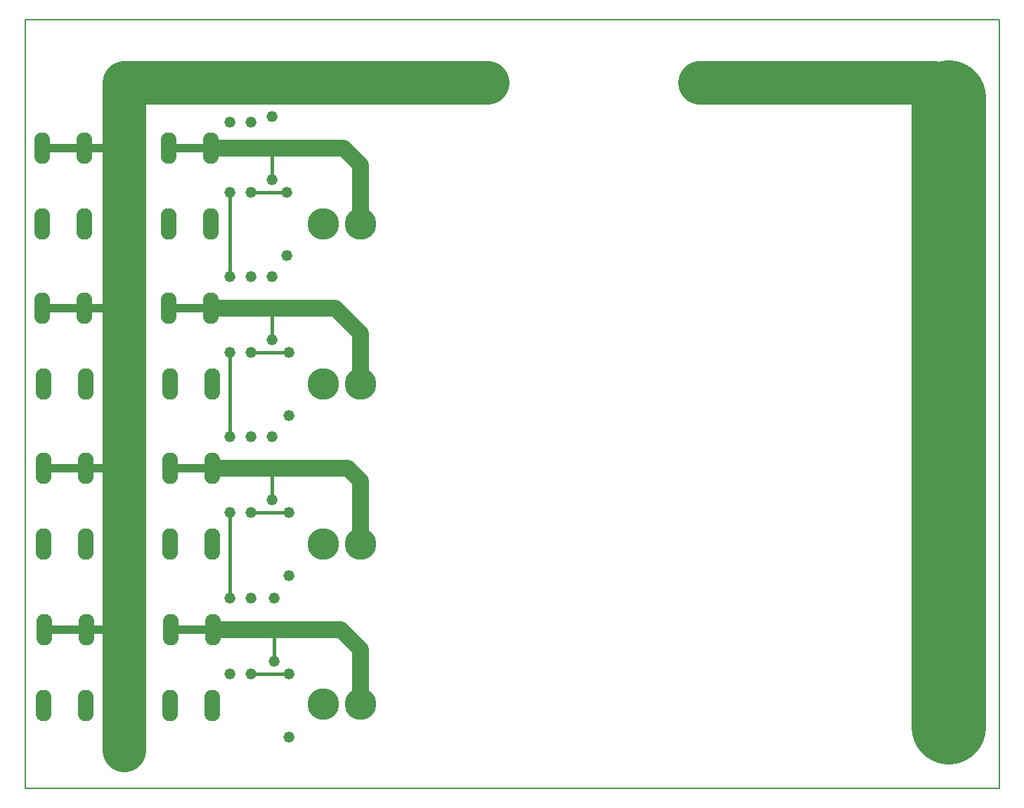
<source format=gbr>
G04 #@! TF.GenerationSoftware,KiCad,Pcbnew,(5.1.6)-1*
G04 #@! TF.CreationDate,2020-06-14T17:11:32+02:00*
G04 #@! TF.ProjectId,fuseboardv4,66757365-626f-4617-9264-76342e6b6963,rev?*
G04 #@! TF.SameCoordinates,Original*
G04 #@! TF.FileFunction,Copper,L2,Bot*
G04 #@! TF.FilePolarity,Positive*
%FSLAX46Y46*%
G04 Gerber Fmt 4.6, Leading zero omitted, Abs format (unit mm)*
G04 Created by KiCad (PCBNEW (5.1.6)-1) date 2020-06-14 17:11:32*
%MOMM*%
%LPD*%
G01*
G04 APERTURE LIST*
G04 #@! TA.AperFunction,Profile*
%ADD10C,0.150000*%
G04 #@! TD*
G04 #@! TA.AperFunction,ComponentPad*
%ADD11C,3.810000*%
G04 #@! TD*
G04 #@! TA.AperFunction,ComponentPad*
%ADD12C,2.224000*%
G04 #@! TD*
G04 #@! TA.AperFunction,ComponentPad*
%ADD13C,2.600000*%
G04 #@! TD*
G04 #@! TA.AperFunction,ComponentPad*
%ADD14R,2.600000X2.600000*%
G04 #@! TD*
G04 #@! TA.AperFunction,ComponentPad*
%ADD15O,1.905000X3.810000*%
G04 #@! TD*
G04 #@! TA.AperFunction,ComponentPad*
%ADD16C,1.320800*%
G04 #@! TD*
G04 #@! TA.AperFunction,Conductor*
%ADD17C,1.016000*%
G04 #@! TD*
G04 #@! TA.AperFunction,Conductor*
%ADD18C,0.406400*%
G04 #@! TD*
G04 #@! TA.AperFunction,Conductor*
%ADD19C,2.032000*%
G04 #@! TD*
G04 #@! TA.AperFunction,Conductor*
%ADD20C,5.283200*%
G04 #@! TD*
G04 #@! TA.AperFunction,Conductor*
%ADD21C,9.000000*%
G04 #@! TD*
G04 APERTURE END LIST*
D10*
X87630000Y-147320000D02*
X205000000Y-147320000D01*
X205000000Y-54610000D02*
X87630000Y-54610000D01*
X87630000Y-54610000D02*
X87630000Y-147320000D01*
X205000000Y-54610000D02*
X205000000Y-147320000D01*
D11*
X196469000Y-79248000D03*
X196469000Y-137160000D03*
X196469000Y-117856000D03*
X196469000Y-98552000D03*
X123571000Y-137160000D03*
X123571000Y-117856000D03*
X123571000Y-98552000D03*
X123571000Y-79248000D03*
X200949000Y-137160000D03*
X200949000Y-79248000D03*
X200949000Y-98552000D03*
X200949000Y-117856000D03*
X128051000Y-79248000D03*
X128051000Y-98552000D03*
X128051000Y-117856000D03*
X128051000Y-137160000D03*
D12*
X99606100Y-62230000D03*
D13*
X176410000Y-62230000D03*
D14*
X168910000Y-62230000D03*
D12*
X99606100Y-142240000D03*
D13*
X143390000Y-62230000D03*
D14*
X135890000Y-62230000D03*
D15*
X94780100Y-70104000D03*
X104940100Y-70104000D03*
X89700100Y-70104000D03*
X110020100Y-70104000D03*
X94780100Y-89408000D03*
X104940100Y-89408000D03*
X89700100Y-89408000D03*
X110020100Y-89408000D03*
X94907100Y-108712000D03*
X105067100Y-108712000D03*
X89827100Y-108712000D03*
X110147100Y-108712000D03*
X95034100Y-128206500D03*
X105194100Y-128206500D03*
X89954100Y-128206500D03*
X110274100Y-128206500D03*
D16*
X114846100Y-67000000D03*
X112306100Y-67000000D03*
X114846100Y-85598000D03*
X112306100Y-85598000D03*
X114846100Y-104902000D03*
X112306100Y-104902000D03*
X114846100Y-124396500D03*
X112306100Y-124396500D03*
X117348000Y-66294000D03*
X117348000Y-73914000D03*
X117348000Y-85598000D03*
X117348000Y-93218000D03*
X117348000Y-112522000D03*
X117348000Y-104902000D03*
X117602000Y-124396500D03*
X117602000Y-132016500D03*
D15*
X104940100Y-79248000D03*
X94780100Y-79248000D03*
X110020100Y-79248000D03*
X89700100Y-79248000D03*
X105067100Y-98552000D03*
X94907100Y-98552000D03*
X110147100Y-98552000D03*
X89827100Y-98552000D03*
X105067100Y-117856000D03*
X94907100Y-117856000D03*
X110147100Y-117856000D03*
X89827100Y-117856000D03*
X105067100Y-137350500D03*
X94907100Y-137350500D03*
X110147100Y-137350500D03*
X89827100Y-137350500D03*
D16*
X119126000Y-75438000D03*
X119126000Y-83058000D03*
X119380000Y-94742000D03*
X119380000Y-102362000D03*
X119380000Y-114046000D03*
X119380000Y-121666000D03*
X119380000Y-133540500D03*
X119380000Y-141160500D03*
X114846100Y-75438000D03*
X112306100Y-75438000D03*
X114846100Y-94742000D03*
X112306100Y-94742000D03*
X114846100Y-114046000D03*
X112306100Y-114046000D03*
X114846100Y-133540500D03*
X112306100Y-133540500D03*
D17*
X105410000Y-70104000D02*
X110490000Y-70104000D01*
D18*
X117348000Y-73914000D02*
X117348000Y-70104000D01*
D19*
X128051000Y-72171000D02*
X128051000Y-79248000D01*
X110020100Y-70104000D02*
X125984000Y-70104000D01*
X125984000Y-70104000D02*
X128051000Y-72171000D01*
D17*
X105410000Y-89408000D02*
X110490000Y-89408000D01*
D18*
X117348000Y-93218000D02*
X117348000Y-89408000D01*
D19*
X128051000Y-92491000D02*
X128051000Y-98552000D01*
X110020100Y-89408000D02*
X124968000Y-89408000D01*
X124968000Y-89408000D02*
X128051000Y-92491000D01*
D17*
X105067100Y-108712000D02*
X110147100Y-108712000D01*
D18*
X117348000Y-112522000D02*
X117348000Y-108712000D01*
D19*
X128051000Y-110271000D02*
X128051000Y-117856000D01*
X110147100Y-108712000D02*
X126492000Y-108712000D01*
X126492000Y-108712000D02*
X128051000Y-110271000D01*
D17*
X105194100Y-128206500D02*
X110274100Y-128206500D01*
D18*
X117602000Y-132016500D02*
X117602000Y-128016000D01*
D19*
X128051000Y-130591000D02*
X128051000Y-137160000D01*
X110274100Y-128206500D02*
X125666500Y-128206500D01*
X125666500Y-128206500D02*
X128051000Y-130591000D01*
D17*
X89700100Y-70104000D02*
X94780100Y-70104000D01*
X94780100Y-70104000D02*
X99606100Y-70104000D01*
X89700100Y-89408000D02*
X94780100Y-89408000D01*
X94780100Y-89408000D02*
X98552000Y-89408000D01*
X89954100Y-128206500D02*
X95034100Y-128206500D01*
X95034100Y-128206500D02*
X99542600Y-128206500D01*
D18*
X112306100Y-114046000D02*
X112306100Y-124396500D01*
X112306100Y-75438000D02*
X112306100Y-85598000D01*
X112306100Y-94742000D02*
X112306100Y-105156000D01*
D17*
X96617600Y-108712000D02*
X99606100Y-108712000D01*
X96109600Y-108712000D02*
X96617600Y-108712000D01*
X94907100Y-108712000D02*
X96109600Y-108712000D01*
X89827100Y-108712000D02*
X94907100Y-108712000D01*
D20*
X128270000Y-62230000D02*
X135890000Y-62230000D01*
X99606100Y-142786100D02*
X99606100Y-62230000D01*
X99606100Y-62230000D02*
X143390000Y-62230000D01*
D18*
X114846100Y-75438000D02*
X119126000Y-75438000D01*
X114846100Y-94742000D02*
X119380000Y-94742000D01*
X114846100Y-114046000D02*
X119380000Y-114046000D01*
X114846100Y-133540500D02*
X119380000Y-133540500D01*
D21*
X198900000Y-70866000D02*
X198900000Y-80010000D01*
X198900000Y-79248000D02*
X198900000Y-89408000D01*
X198900000Y-89408000D02*
X198900000Y-98552000D01*
X198900000Y-98552000D02*
X198900000Y-108712000D01*
X198900000Y-108712000D02*
X198900000Y-117856000D01*
X198900000Y-117856000D02*
X198900000Y-128016000D01*
X198900000Y-128016000D02*
X198900000Y-140000000D01*
X198900000Y-64016000D02*
X198900000Y-71120000D01*
D20*
X197114000Y-62230000D02*
X198900000Y-64016000D01*
X168910000Y-62230000D02*
X197114000Y-62230000D01*
M02*

</source>
